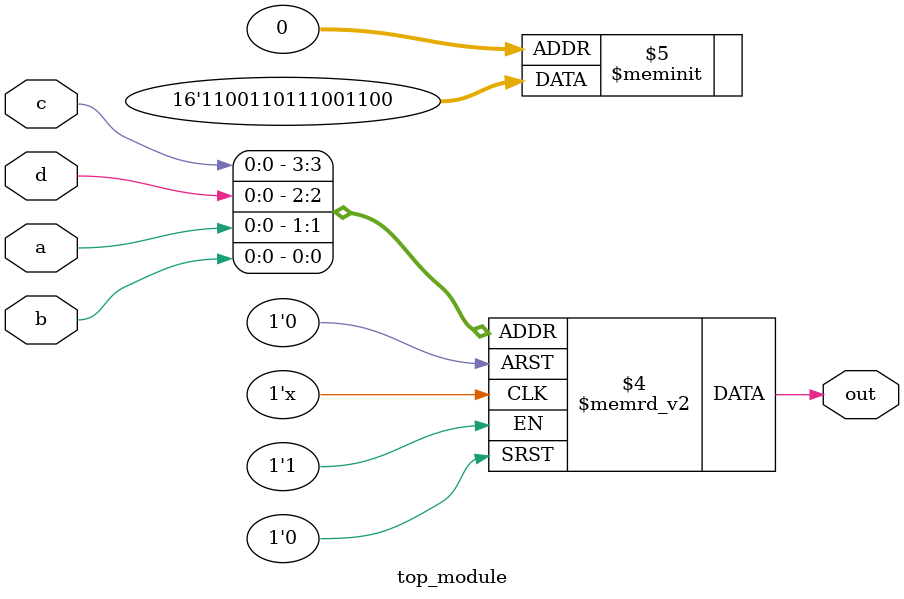
<source format=sv>
module top_module (
    input a, 
    input b,
    input c,
    input d,
    output reg out
);

always @(*) begin
    case ({c, d, a, b})
        4'b0010, 4'b0011,  // 00 | 1 | 1
        4'b0110, 4'b0111,  // 10 | 1 | 1
        4'b1010, 4'b1011,  // 11 | 1 | 1
        4'b1110, 4'b1111,  // 11 | 1 | 1
        4'b1000: out = 1'b1; // 10 | 1
        default: out = 1'b0; // all other combinations
    endcase
end

endmodule

</source>
